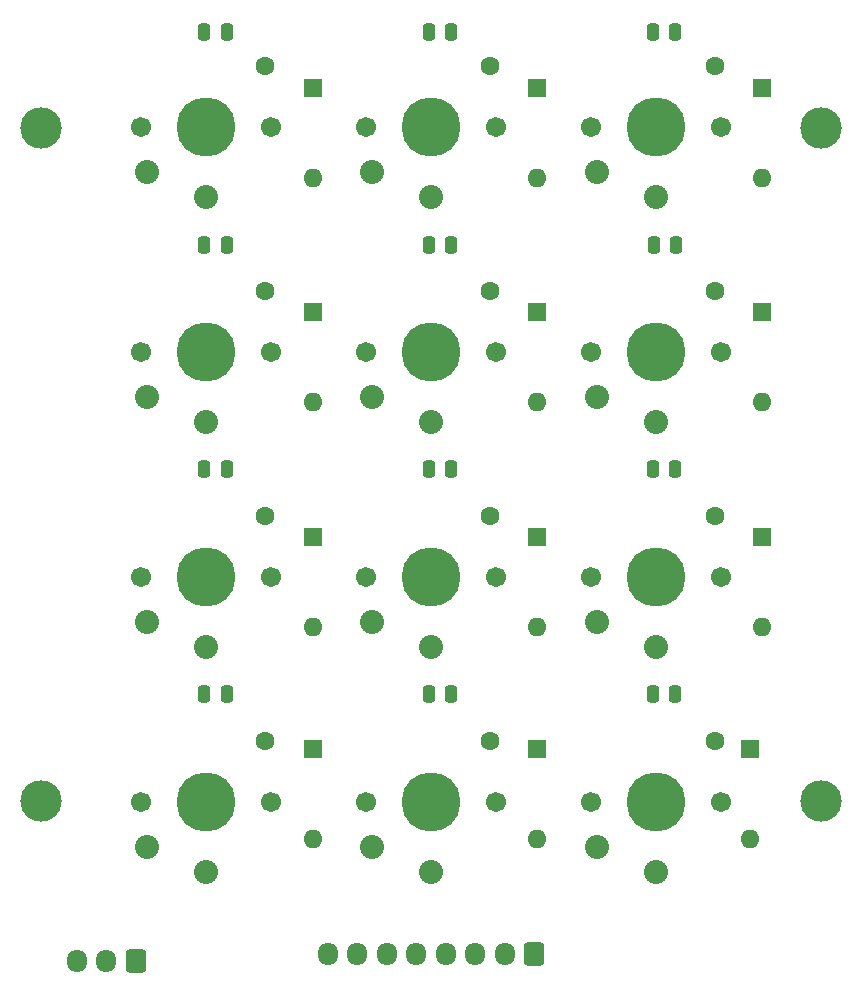
<source format=gbs>
%TF.GenerationSoftware,KiCad,Pcbnew,(6.0.1)*%
%TF.CreationDate,2022-02-13T15:50:39-08:00*%
%TF.ProjectId,keymani,6b65796d-616e-4692-9e6b-696361645f70,-*%
%TF.SameCoordinates,Original*%
%TF.FileFunction,Soldermask,Bot*%
%TF.FilePolarity,Negative*%
%FSLAX46Y46*%
G04 Gerber Fmt 4.6, Leading zero omitted, Abs format (unit mm)*
G04 Created by KiCad (PCBNEW (6.0.1)) date 2022-02-13 15:50:39*
%MOMM*%
%LPD*%
G01*
G04 APERTURE LIST*
G04 Aperture macros list*
%AMRoundRect*
0 Rectangle with rounded corners*
0 $1 Rounding radius*
0 $2 $3 $4 $5 $6 $7 $8 $9 X,Y pos of 4 corners*
0 Add a 4 corners polygon primitive as box body*
4,1,4,$2,$3,$4,$5,$6,$7,$8,$9,$2,$3,0*
0 Add four circle primitives for the rounded corners*
1,1,$1+$1,$2,$3*
1,1,$1+$1,$4,$5*
1,1,$1+$1,$6,$7*
1,1,$1+$1,$8,$9*
0 Add four rect primitives between the rounded corners*
20,1,$1+$1,$2,$3,$4,$5,0*
20,1,$1+$1,$4,$5,$6,$7,0*
20,1,$1+$1,$6,$7,$8,$9,0*
20,1,$1+$1,$8,$9,$2,$3,0*%
G04 Aperture macros list end*
%ADD10C,1.600000*%
%ADD11C,5.000000*%
%ADD12C,1.701800*%
%ADD13C,2.032000*%
%ADD14RoundRect,0.250000X0.600000X0.725000X-0.600000X0.725000X-0.600000X-0.725000X0.600000X-0.725000X0*%
%ADD15O,1.700000X1.950000*%
%ADD16C,3.500000*%
%ADD17R,1.600000X1.600000*%
%ADD18O,1.600000X1.600000*%
%ADD19RoundRect,0.250000X0.250000X0.475000X-0.250000X0.475000X-0.250000X-0.475000X0.250000X-0.475000X0*%
G04 APERTURE END LIST*
D10*
%TO.C,SW10*%
X138950000Y-74775000D03*
D11*
X133950000Y-79925000D03*
D12*
X139450000Y-79925000D03*
X128450000Y-79925000D03*
D13*
X133950000Y-85825000D03*
X128950000Y-83725000D03*
%TD*%
D12*
%TO.C,SW5*%
X147500000Y-118025000D03*
D11*
X153000000Y-118025000D03*
D10*
X158000000Y-112875000D03*
D12*
X158500000Y-118025000D03*
D13*
X153000000Y-123925000D03*
X148000000Y-121825000D03*
%TD*%
D14*
%TO.C,CN1*%
X161750000Y-149967500D03*
D15*
X159250000Y-149967500D03*
X156750000Y-149967500D03*
X154250000Y-149967500D03*
X151750000Y-149967500D03*
X149250000Y-149967500D03*
X146750000Y-149967500D03*
X144250000Y-149967500D03*
%TD*%
D11*
%TO.C,SW8*%
X153000000Y-98975000D03*
D12*
X158500000Y-98975000D03*
D10*
X158000000Y-93825000D03*
D12*
X147500000Y-98975000D03*
D13*
X153000000Y-104875000D03*
X148000000Y-102775000D03*
%TD*%
D12*
%TO.C,SW9*%
X177550000Y-98975000D03*
D11*
X172050000Y-98975000D03*
D10*
X177050000Y-93825000D03*
D12*
X166550000Y-98975000D03*
D13*
X172050000Y-104875000D03*
X167050000Y-102775000D03*
%TD*%
D16*
%TO.C,REF2*%
X186000000Y-137000000D03*
%TD*%
D10*
%TO.C,SW12*%
X177050000Y-74775000D03*
D12*
X177550000Y-79925000D03*
X166550000Y-79925000D03*
D11*
X172050000Y-79925000D03*
D13*
X172050000Y-85825000D03*
X167050000Y-83725000D03*
%TD*%
D10*
%TO.C,SW2*%
X158000000Y-131925000D03*
D11*
X153000000Y-137075000D03*
D12*
X147500000Y-137075000D03*
X158500000Y-137075000D03*
D13*
X153000000Y-142975000D03*
X148000000Y-140875000D03*
%TD*%
D16*
%TO.C,REF1*%
X120000000Y-137000000D03*
%TD*%
D12*
%TO.C,SW1*%
X128450000Y-137075000D03*
D11*
X133950000Y-137075000D03*
D12*
X139450000Y-137075000D03*
D10*
X138950000Y-131925000D03*
D13*
X133950000Y-142975000D03*
X128950000Y-140875000D03*
%TD*%
D16*
%TO.C,REF3*%
X120000000Y-80000000D03*
%TD*%
D10*
%TO.C,SW3*%
X177050000Y-131925000D03*
D12*
X177550000Y-137075000D03*
D11*
X172050000Y-137075000D03*
D12*
X166550000Y-137075000D03*
D13*
X172050000Y-142975000D03*
X167050000Y-140875000D03*
%TD*%
D16*
%TO.C,REF4*%
X186000000Y-80000000D03*
%TD*%
D11*
%TO.C,SW6*%
X172050000Y-118025000D03*
D12*
X166550000Y-118025000D03*
X177550000Y-118025000D03*
D10*
X177050000Y-112875000D03*
D13*
X172050000Y-123925000D03*
X167050000Y-121825000D03*
%TD*%
D12*
%TO.C,SW4*%
X139450000Y-118025000D03*
D11*
X133950000Y-118025000D03*
D10*
X138950000Y-112875000D03*
D12*
X128450000Y-118025000D03*
D13*
X133950000Y-123925000D03*
X128950000Y-121825000D03*
%TD*%
D12*
%TO.C,SW11*%
X158500000Y-79925000D03*
D10*
X158000000Y-74775000D03*
D12*
X147500000Y-79925000D03*
D11*
X153000000Y-79925000D03*
D13*
X153000000Y-85825000D03*
X148000000Y-83725000D03*
%TD*%
D11*
%TO.C,SW7*%
X133950000Y-98975000D03*
D12*
X128450000Y-98975000D03*
X139450000Y-98975000D03*
D10*
X138950000Y-93825000D03*
D13*
X133950000Y-104875000D03*
X128950000Y-102775000D03*
%TD*%
D17*
%TO.C,D4*%
X143000000Y-114590000D03*
D18*
X143000000Y-122210000D03*
%TD*%
D17*
%TO.C,D3*%
X180000000Y-132590000D03*
D18*
X180000000Y-140210000D03*
%TD*%
D17*
%TO.C,D6*%
X181000000Y-114590000D03*
D18*
X181000000Y-122210000D03*
%TD*%
D19*
%TO.C,C7*%
X135700000Y-89900000D03*
X133800000Y-89900000D03*
%TD*%
%TO.C,C1*%
X135700000Y-127900000D03*
X133800000Y-127900000D03*
%TD*%
%TO.C,C5*%
X154700000Y-108900000D03*
X152800000Y-108900000D03*
%TD*%
D17*
%TO.C,D12*%
X181000000Y-76590000D03*
D18*
X181000000Y-84210000D03*
%TD*%
D19*
%TO.C,C6*%
X173700000Y-108900000D03*
X171800000Y-108900000D03*
%TD*%
D17*
%TO.C,D7*%
X143000000Y-95590000D03*
D18*
X143000000Y-103210000D03*
%TD*%
D17*
%TO.C,D9*%
X181000000Y-95590000D03*
D18*
X181000000Y-103210000D03*
%TD*%
D14*
%TO.C,CN2*%
X128000000Y-150500000D03*
D15*
X125500000Y-150500000D03*
X123000000Y-150500000D03*
%TD*%
D19*
%TO.C,C3*%
X173700000Y-127900000D03*
X171800000Y-127900000D03*
%TD*%
D17*
%TO.C,D11*%
X162000000Y-76590000D03*
D18*
X162000000Y-84210000D03*
%TD*%
D19*
%TO.C,C11*%
X154700000Y-71900000D03*
X152800000Y-71900000D03*
%TD*%
%TO.C,C2*%
X154700000Y-127900000D03*
X152800000Y-127900000D03*
%TD*%
D17*
%TO.C,D2*%
X162000000Y-132590000D03*
D18*
X162000000Y-140210000D03*
%TD*%
D19*
%TO.C,C9*%
X173750000Y-89900000D03*
X171850000Y-89900000D03*
%TD*%
D17*
%TO.C,D10*%
X143000000Y-76590000D03*
D18*
X143000000Y-84210000D03*
%TD*%
D19*
%TO.C,C12*%
X173700000Y-71900000D03*
X171800000Y-71900000D03*
%TD*%
D17*
%TO.C,D1*%
X143000000Y-132590000D03*
D18*
X143000000Y-140210000D03*
%TD*%
D17*
%TO.C,D8*%
X162000000Y-95590000D03*
D18*
X162000000Y-103210000D03*
%TD*%
D19*
%TO.C,C8*%
X154700000Y-89900000D03*
X152800000Y-89900000D03*
%TD*%
%TO.C,C10*%
X135700000Y-71900000D03*
X133800000Y-71900000D03*
%TD*%
%TO.C,C4*%
X135700000Y-108900000D03*
X133800000Y-108900000D03*
%TD*%
D17*
%TO.C,D5*%
X162000000Y-114590000D03*
D18*
X162000000Y-122210000D03*
%TD*%
M02*

</source>
